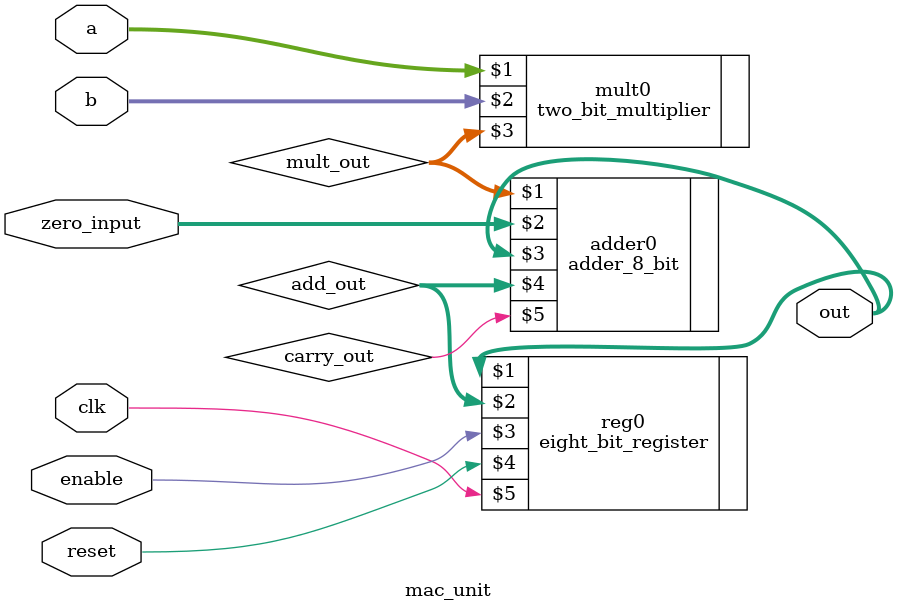
<source format=v>
`include "../../src/adder/8_bit_adder.v"
`include "../../src/memory/8_bit_register.v"
`include "../../src/multiplier/two_bit_multiplier.v"

module mac_unit (output [7:0] out, input [1:0] a, input [1:0] b, input [3:0] zero_input, input enable, input reset, input clk);

    wire [3:0] mult_out;
    wire [7:0] add_out;
    wire carry_out;

    two_bit_multiplier mult0 (a,b, mult_out);
    adder_8_bit adder0 (mult_out, zero_input, out, add_out, carry_out);
    eight_bit_register reg0 (out, add_out, enable, reset, clk);

endmodule
</source>
